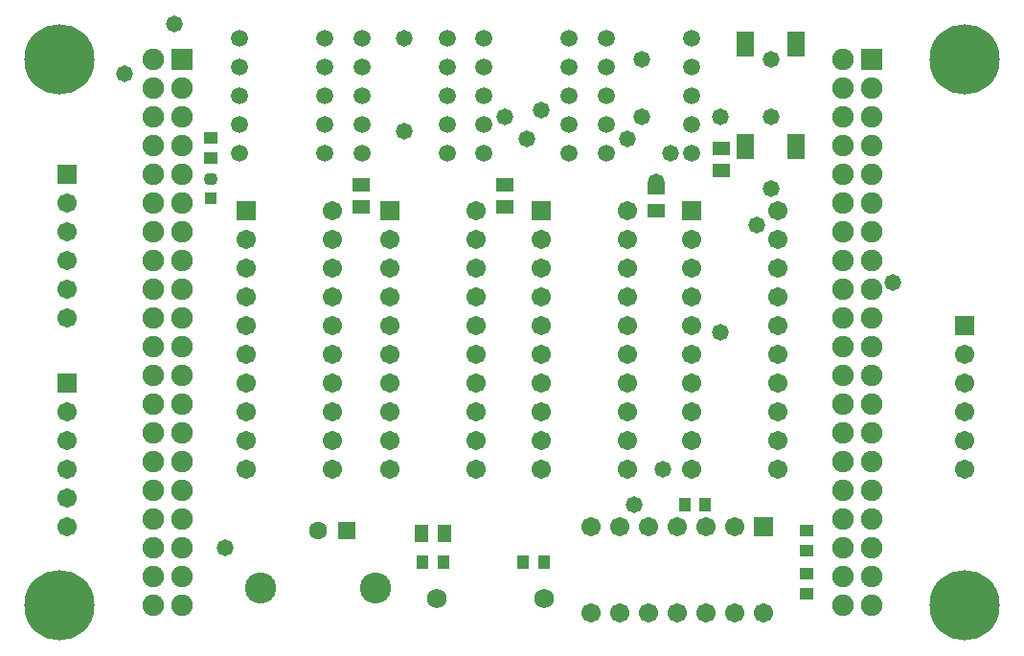
<source format=gts>
G04*
G04 #@! TF.GenerationSoftware,Altium Limited,Altium Designer,20.0.13 (296)*
G04*
G04 Layer_Color=8388736*
%FSLAX25Y25*%
%MOIN*%
G70*
G01*
G75*
G04:AMPARAMS|DCode=14|XSize=39.5mil|YSize=43.43mil|CornerRadius=11.87mil|HoleSize=0mil|Usage=FLASHONLY|Rotation=270.000|XOffset=0mil|YOffset=0mil|HoleType=Round|Shape=RoundedRectangle|*
%AMROUNDEDRECTD14*
21,1,0.03950,0.01968,0,0,270.0*
21,1,0.01575,0.04343,0,0,270.0*
1,1,0.02375,-0.00984,-0.00787*
1,1,0.02375,-0.00984,0.00787*
1,1,0.02375,0.00984,0.00787*
1,1,0.02375,0.00984,-0.00787*
%
%ADD14ROUNDEDRECTD14*%
%ADD15R,0.04343X0.03950*%
%ADD16R,0.04540X0.03950*%
%ADD17R,0.05918X0.04737*%
%ADD18R,0.06312X0.09068*%
%ADD19R,0.04737X0.05918*%
%ADD20R,0.03950X0.04540*%
%ADD21C,0.06706*%
%ADD22R,0.06706X0.06706*%
%ADD23C,0.06902*%
%ADD24R,0.06706X0.06706*%
%ADD25C,0.05918*%
%ADD26C,0.06312*%
%ADD27R,0.06312X0.06312*%
%ADD28C,0.10839*%
%ADD29C,0.07493*%
%ADD30R,0.07493X0.07493*%
%ADD31C,0.24422*%
%ADD32C,0.05800*%
D14*
X72500Y168248D02*
D03*
D15*
Y161752D02*
D03*
D16*
Y175644D02*
D03*
X72499Y182731D02*
D03*
X280000Y46043D02*
D03*
X280001Y38957D02*
D03*
X280000Y31043D02*
D03*
X280001Y23957D02*
D03*
D17*
X250351Y171277D02*
D03*
Y179151D02*
D03*
X227500Y157500D02*
D03*
Y165374D02*
D03*
X175000Y158563D02*
D03*
Y166437D02*
D03*
X125000Y158563D02*
D03*
Y166437D02*
D03*
D18*
X258642Y179587D02*
D03*
Y215413D02*
D03*
X276358D02*
D03*
Y179587D02*
D03*
D19*
X146063Y45000D02*
D03*
X153937D02*
D03*
D20*
X188543Y35000D02*
D03*
X181457Y34999D02*
D03*
X146457Y35000D02*
D03*
X153543Y35001D02*
D03*
X237500Y55000D02*
D03*
X244587Y55001D02*
D03*
D21*
X22500Y140000D02*
D03*
Y150000D02*
D03*
Y160000D02*
D03*
Y130000D02*
D03*
Y120000D02*
D03*
Y67500D02*
D03*
Y77500D02*
D03*
Y87500D02*
D03*
Y57500D02*
D03*
Y47500D02*
D03*
X335000Y87500D02*
D03*
Y97500D02*
D03*
Y107500D02*
D03*
Y77500D02*
D03*
Y67500D02*
D03*
X165000D02*
D03*
Y77500D02*
D03*
Y87500D02*
D03*
Y97500D02*
D03*
Y107500D02*
D03*
Y117500D02*
D03*
Y127500D02*
D03*
Y137500D02*
D03*
Y147500D02*
D03*
Y157500D02*
D03*
X135000Y67500D02*
D03*
Y77500D02*
D03*
Y87500D02*
D03*
Y97500D02*
D03*
Y107500D02*
D03*
Y117500D02*
D03*
Y127500D02*
D03*
Y137500D02*
D03*
Y147500D02*
D03*
X187500D02*
D03*
Y137500D02*
D03*
Y127500D02*
D03*
Y117500D02*
D03*
Y107500D02*
D03*
Y97500D02*
D03*
Y87500D02*
D03*
Y77500D02*
D03*
Y67500D02*
D03*
X217500Y157500D02*
D03*
Y147500D02*
D03*
Y137500D02*
D03*
Y127500D02*
D03*
Y117500D02*
D03*
Y107500D02*
D03*
Y97500D02*
D03*
Y87500D02*
D03*
Y77500D02*
D03*
Y67500D02*
D03*
X240000Y147500D02*
D03*
Y137500D02*
D03*
Y127500D02*
D03*
Y117500D02*
D03*
Y107500D02*
D03*
Y97500D02*
D03*
Y87500D02*
D03*
Y77500D02*
D03*
Y67500D02*
D03*
X270000Y157500D02*
D03*
Y147500D02*
D03*
Y137500D02*
D03*
Y127500D02*
D03*
Y117500D02*
D03*
Y107500D02*
D03*
Y97500D02*
D03*
Y87500D02*
D03*
Y77500D02*
D03*
Y67500D02*
D03*
X85000Y147500D02*
D03*
Y137500D02*
D03*
Y127500D02*
D03*
Y117500D02*
D03*
Y107500D02*
D03*
Y97500D02*
D03*
Y87500D02*
D03*
Y77500D02*
D03*
Y67500D02*
D03*
X115000Y157500D02*
D03*
Y147500D02*
D03*
Y137500D02*
D03*
Y127500D02*
D03*
Y117500D02*
D03*
Y107500D02*
D03*
Y97500D02*
D03*
Y87500D02*
D03*
Y77500D02*
D03*
Y67500D02*
D03*
X205000Y17500D02*
D03*
X215000D02*
D03*
X225000D02*
D03*
X235000D02*
D03*
X245000D02*
D03*
X255000D02*
D03*
X265000D02*
D03*
X205000Y47500D02*
D03*
X215000D02*
D03*
X225000D02*
D03*
X235000D02*
D03*
X245000D02*
D03*
X255000D02*
D03*
D22*
X22500Y170000D02*
D03*
Y97500D02*
D03*
X335000Y117500D02*
D03*
X265000Y47500D02*
D03*
D23*
X151220Y22500D02*
D03*
X188780D02*
D03*
D24*
X135000Y157500D02*
D03*
X187500D02*
D03*
X240000D02*
D03*
X85000D02*
D03*
D25*
X197303Y217500D02*
D03*
Y207500D02*
D03*
Y197500D02*
D03*
Y187500D02*
D03*
Y177500D02*
D03*
X167697D02*
D03*
Y187500D02*
D03*
Y197500D02*
D03*
Y207500D02*
D03*
Y217500D02*
D03*
X239803D02*
D03*
Y207500D02*
D03*
Y197500D02*
D03*
Y187500D02*
D03*
Y177500D02*
D03*
X210197D02*
D03*
Y187500D02*
D03*
Y197500D02*
D03*
Y207500D02*
D03*
Y217500D02*
D03*
X154803D02*
D03*
Y207500D02*
D03*
Y197500D02*
D03*
Y187500D02*
D03*
Y177500D02*
D03*
X125197D02*
D03*
Y187500D02*
D03*
Y197500D02*
D03*
Y207500D02*
D03*
Y217500D02*
D03*
X112303D02*
D03*
Y207500D02*
D03*
Y197500D02*
D03*
Y187500D02*
D03*
Y177500D02*
D03*
X82697D02*
D03*
Y187500D02*
D03*
Y197500D02*
D03*
Y207500D02*
D03*
Y217500D02*
D03*
D26*
X110000Y45925D02*
D03*
D27*
X120000D02*
D03*
D28*
X90000Y25925D02*
D03*
X130000D02*
D03*
D29*
X62500Y20000D02*
D03*
X52500D02*
D03*
X292500D02*
D03*
X302500D02*
D03*
X52500Y210000D02*
D03*
X62500Y200000D02*
D03*
X52500D02*
D03*
X62500Y190000D02*
D03*
X52500D02*
D03*
X62500Y180000D02*
D03*
X52500D02*
D03*
X62500Y170000D02*
D03*
X52500D02*
D03*
X62500Y160000D02*
D03*
X52500D02*
D03*
X62500Y150000D02*
D03*
X52500D02*
D03*
X62500Y140000D02*
D03*
X52500D02*
D03*
X62500Y130000D02*
D03*
X52500D02*
D03*
X62500Y120000D02*
D03*
X52500D02*
D03*
X62500Y110000D02*
D03*
X52500D02*
D03*
X62500Y100000D02*
D03*
X52500D02*
D03*
X62500Y90000D02*
D03*
X52500D02*
D03*
X62500Y80000D02*
D03*
X52500D02*
D03*
X62500Y70000D02*
D03*
X52500D02*
D03*
X62500Y60000D02*
D03*
X52500D02*
D03*
X62500Y50000D02*
D03*
X52500D02*
D03*
X62500Y40000D02*
D03*
X52500D02*
D03*
X62500Y30000D02*
D03*
X52500D02*
D03*
X292500Y210000D02*
D03*
X302500Y200000D02*
D03*
X292500D02*
D03*
X302500Y190000D02*
D03*
X292500D02*
D03*
X302500Y180000D02*
D03*
X292500D02*
D03*
X302500Y170000D02*
D03*
X292500D02*
D03*
X302500Y160000D02*
D03*
X292500D02*
D03*
X302500Y150000D02*
D03*
X292500D02*
D03*
X302500Y140000D02*
D03*
X292500D02*
D03*
X302500Y130000D02*
D03*
X292500D02*
D03*
X302500Y120000D02*
D03*
X292500D02*
D03*
X302500Y110000D02*
D03*
X292500D02*
D03*
X302500Y100000D02*
D03*
X292500D02*
D03*
X302500Y90000D02*
D03*
X292500D02*
D03*
X302500Y80000D02*
D03*
X292500D02*
D03*
X302500Y70000D02*
D03*
X292500D02*
D03*
X302500Y60000D02*
D03*
X292500D02*
D03*
X302500Y50000D02*
D03*
X292500D02*
D03*
X302500Y40000D02*
D03*
X292500D02*
D03*
X302500Y30000D02*
D03*
X292500D02*
D03*
D30*
X62500Y210000D02*
D03*
X302500D02*
D03*
D31*
X20000D02*
D03*
X335000D02*
D03*
Y20000D02*
D03*
X20000D02*
D03*
D32*
X77500Y40000D02*
D03*
X42500Y205000D02*
D03*
X175000Y190000D02*
D03*
X140000Y185000D02*
D03*
X230000Y67500D02*
D03*
X267500Y190000D02*
D03*
Y210000D02*
D03*
X250000Y190000D02*
D03*
X310000Y132500D02*
D03*
X227500Y167500D02*
D03*
X232500Y177500D02*
D03*
X222500Y190000D02*
D03*
X262500Y152500D02*
D03*
X267500Y165000D02*
D03*
X222500Y210000D02*
D03*
X60000Y222500D02*
D03*
X217500Y182500D02*
D03*
X250000Y115000D02*
D03*
X220000Y55000D02*
D03*
X182500Y182500D02*
D03*
X187500Y192500D02*
D03*
X140000Y217500D02*
D03*
M02*

</source>
